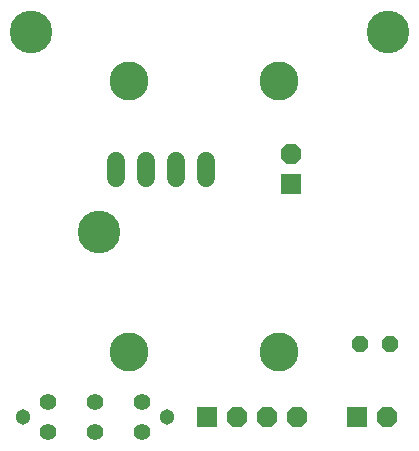
<source format=gbs>
G75*
%MOIN*%
%OFA0B0*%
%FSLAX25Y25*%
%IPPOS*%
%LPD*%
%AMOC8*
5,1,8,0,0,1.08239X$1,22.5*
%
%ADD10C,0.14180*%
%ADD11OC8,0.05600*%
%ADD12C,0.06000*%
%ADD13C,0.12983*%
%ADD14OC8,0.06896*%
%ADD15R,0.06896X0.06896*%
%ADD16C,0.05550*%
%ADD17C,0.05124*%
D10*
X0042339Y0089976D03*
X0019898Y0156512D03*
X0138795Y0156512D03*
D11*
X0139425Y0052614D03*
X0129425Y0052614D03*
D12*
X0078205Y0108043D02*
X0078205Y0113643D01*
X0068205Y0113643D02*
X0068205Y0108043D01*
X0058205Y0108043D02*
X0058205Y0113643D01*
X0048205Y0113643D02*
X0048205Y0108043D01*
D13*
X0052378Y0140370D03*
X0102378Y0140370D03*
X0102378Y0049819D03*
X0052378Y0049819D03*
D14*
X0088559Y0028165D03*
X0098559Y0028165D03*
X0108559Y0028165D03*
X0138559Y0028165D03*
X0106512Y0115724D03*
D15*
X0106512Y0105724D03*
X0128559Y0028165D03*
X0078559Y0028165D03*
D16*
X0025409Y0023244D03*
X0025409Y0033087D03*
X0041157Y0033087D03*
X0041157Y0023244D03*
X0056906Y0023244D03*
X0056906Y0033087D03*
D17*
X0065173Y0028165D03*
X0017142Y0028165D03*
M02*

</source>
